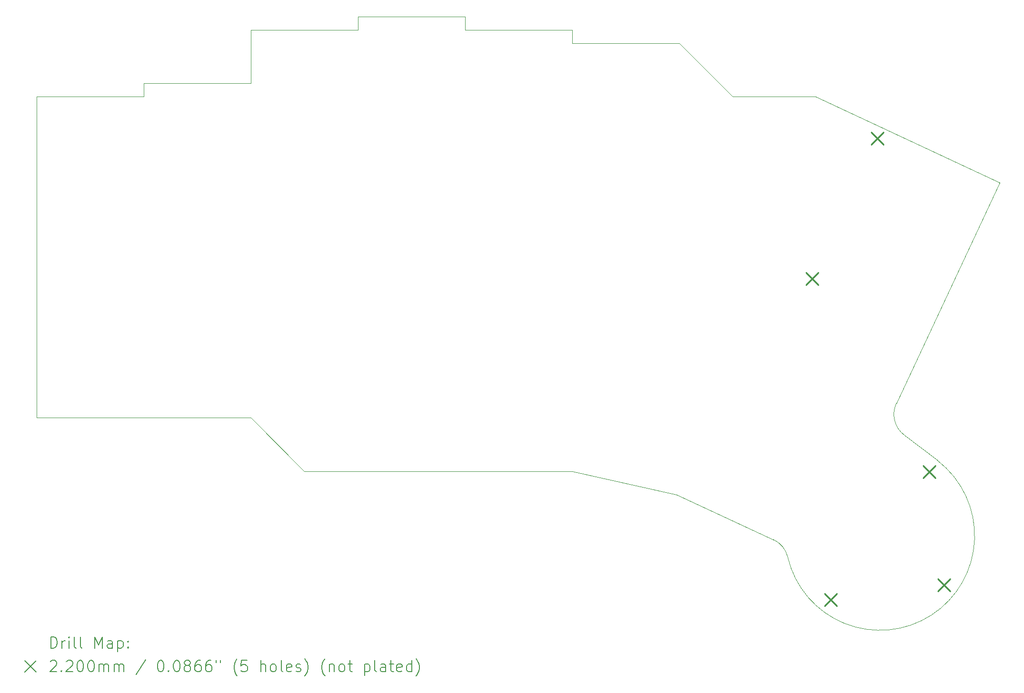
<source format=gbr>
%TF.GenerationSoftware,KiCad,Pcbnew,7.0.5*%
%TF.CreationDate,2024-03-19T15:00:47+08:00*%
%TF.ProjectId,J-50x,4a2d3530-782e-46b6-9963-61645f706362,rev?*%
%TF.SameCoordinates,Original*%
%TF.FileFunction,Drillmap*%
%TF.FilePolarity,Positive*%
%FSLAX45Y45*%
G04 Gerber Fmt 4.5, Leading zero omitted, Abs format (unit mm)*
G04 Created by KiCad (PCBNEW 7.0.5) date 2024-03-19 15:00:47*
%MOMM*%
%LPD*%
G01*
G04 APERTURE LIST*
%ADD10C,0.100000*%
%ADD11C,0.200000*%
%ADD12C,0.220000*%
G04 APERTURE END LIST*
D10*
X12977000Y-6984500D02*
X12977000Y-6746400D01*
X9167000Y-6508200D02*
X9167000Y-6746400D01*
X3452000Y-13652000D02*
X7262000Y-13652000D01*
X12977000Y-6746400D02*
X11072000Y-6746400D01*
X16814016Y-16134911D02*
G75*
G03*
X19478407Y-14414120I1639254J384960D01*
G01*
X20580402Y-9461523D02*
X18745424Y-13392777D01*
X18745423Y-13392777D02*
G75*
G03*
X18885957Y-13958718I415577J-197223D01*
G01*
X5357000Y-7698900D02*
X5357000Y-7937000D01*
X11072000Y-6508200D02*
X9167000Y-6508200D01*
X3452000Y-7937000D02*
X3452000Y-13652000D01*
X7262000Y-13652000D02*
X8214500Y-14604500D01*
X14837004Y-15016652D02*
X16563614Y-15821607D01*
X14882000Y-6984500D02*
X12977000Y-6984500D01*
X11072000Y-6746400D02*
X11072000Y-6508200D01*
X14837004Y-15016652D02*
X12977080Y-14604461D01*
X7262000Y-6746400D02*
X7262000Y-7698900D01*
X15834500Y-7937000D02*
X17309972Y-7937000D01*
X14882000Y-6984500D02*
X15834500Y-7937000D01*
X20580298Y-9461618D02*
X17309972Y-7937000D01*
X5357000Y-7937000D02*
X3452000Y-7937000D01*
X12977000Y-14604500D02*
X8214500Y-14604500D01*
X9167000Y-6746400D02*
X7262000Y-6746400D01*
X19478407Y-14414120D02*
X18885957Y-13958718D01*
X16814019Y-16134911D02*
G75*
G03*
X16563614Y-15821607I-447459J-100909D01*
G01*
X7262000Y-7698900D02*
X5357000Y-7698900D01*
D11*
D12*
X17133380Y-11067765D02*
X17353380Y-11287764D01*
X17353380Y-11067765D02*
X17133380Y-11287764D01*
X17468136Y-16780259D02*
X17688136Y-17000259D01*
X17688136Y-16780259D02*
X17468136Y-17000259D01*
X18297947Y-8570343D02*
X18517947Y-8790343D01*
X18517947Y-8570343D02*
X18297947Y-8790343D01*
X19217960Y-14499844D02*
X19437960Y-14719844D01*
X19437960Y-14499844D02*
X19217960Y-14719844D01*
X19483256Y-16514964D02*
X19703256Y-16734964D01*
X19703256Y-16514964D02*
X19483256Y-16734964D01*
D11*
X3707777Y-17750284D02*
X3707777Y-17550284D01*
X3707777Y-17550284D02*
X3755396Y-17550284D01*
X3755396Y-17550284D02*
X3783967Y-17559808D01*
X3783967Y-17559808D02*
X3803015Y-17578856D01*
X3803015Y-17578856D02*
X3812539Y-17597903D01*
X3812539Y-17597903D02*
X3822062Y-17635999D01*
X3822062Y-17635999D02*
X3822062Y-17664570D01*
X3822062Y-17664570D02*
X3812539Y-17702665D01*
X3812539Y-17702665D02*
X3803015Y-17721713D01*
X3803015Y-17721713D02*
X3783967Y-17740761D01*
X3783967Y-17740761D02*
X3755396Y-17750284D01*
X3755396Y-17750284D02*
X3707777Y-17750284D01*
X3907777Y-17750284D02*
X3907777Y-17616951D01*
X3907777Y-17655046D02*
X3917301Y-17635999D01*
X3917301Y-17635999D02*
X3926824Y-17626475D01*
X3926824Y-17626475D02*
X3945872Y-17616951D01*
X3945872Y-17616951D02*
X3964920Y-17616951D01*
X4031586Y-17750284D02*
X4031586Y-17616951D01*
X4031586Y-17550284D02*
X4022062Y-17559808D01*
X4022062Y-17559808D02*
X4031586Y-17569332D01*
X4031586Y-17569332D02*
X4041110Y-17559808D01*
X4041110Y-17559808D02*
X4031586Y-17550284D01*
X4031586Y-17550284D02*
X4031586Y-17569332D01*
X4155396Y-17750284D02*
X4136348Y-17740761D01*
X4136348Y-17740761D02*
X4126824Y-17721713D01*
X4126824Y-17721713D02*
X4126824Y-17550284D01*
X4260158Y-17750284D02*
X4241110Y-17740761D01*
X4241110Y-17740761D02*
X4231586Y-17721713D01*
X4231586Y-17721713D02*
X4231586Y-17550284D01*
X4488729Y-17750284D02*
X4488729Y-17550284D01*
X4488729Y-17550284D02*
X4555396Y-17693142D01*
X4555396Y-17693142D02*
X4622063Y-17550284D01*
X4622063Y-17550284D02*
X4622063Y-17750284D01*
X4803015Y-17750284D02*
X4803015Y-17645523D01*
X4803015Y-17645523D02*
X4793491Y-17626475D01*
X4793491Y-17626475D02*
X4774444Y-17616951D01*
X4774444Y-17616951D02*
X4736348Y-17616951D01*
X4736348Y-17616951D02*
X4717301Y-17626475D01*
X4803015Y-17740761D02*
X4783967Y-17750284D01*
X4783967Y-17750284D02*
X4736348Y-17750284D01*
X4736348Y-17750284D02*
X4717301Y-17740761D01*
X4717301Y-17740761D02*
X4707777Y-17721713D01*
X4707777Y-17721713D02*
X4707777Y-17702665D01*
X4707777Y-17702665D02*
X4717301Y-17683618D01*
X4717301Y-17683618D02*
X4736348Y-17674094D01*
X4736348Y-17674094D02*
X4783967Y-17674094D01*
X4783967Y-17674094D02*
X4803015Y-17664570D01*
X4898253Y-17616951D02*
X4898253Y-17816951D01*
X4898253Y-17626475D02*
X4917301Y-17616951D01*
X4917301Y-17616951D02*
X4955396Y-17616951D01*
X4955396Y-17616951D02*
X4974444Y-17626475D01*
X4974444Y-17626475D02*
X4983967Y-17635999D01*
X4983967Y-17635999D02*
X4993491Y-17655046D01*
X4993491Y-17655046D02*
X4993491Y-17712189D01*
X4993491Y-17712189D02*
X4983967Y-17731237D01*
X4983967Y-17731237D02*
X4974444Y-17740761D01*
X4974444Y-17740761D02*
X4955396Y-17750284D01*
X4955396Y-17750284D02*
X4917301Y-17750284D01*
X4917301Y-17750284D02*
X4898253Y-17740761D01*
X5079205Y-17731237D02*
X5088729Y-17740761D01*
X5088729Y-17740761D02*
X5079205Y-17750284D01*
X5079205Y-17750284D02*
X5069682Y-17740761D01*
X5069682Y-17740761D02*
X5079205Y-17731237D01*
X5079205Y-17731237D02*
X5079205Y-17750284D01*
X5079205Y-17626475D02*
X5088729Y-17635999D01*
X5088729Y-17635999D02*
X5079205Y-17645523D01*
X5079205Y-17645523D02*
X5069682Y-17635999D01*
X5069682Y-17635999D02*
X5079205Y-17626475D01*
X5079205Y-17626475D02*
X5079205Y-17645523D01*
X3247000Y-17978801D02*
X3447000Y-18178801D01*
X3447000Y-17978801D02*
X3247000Y-18178801D01*
X3698253Y-17989332D02*
X3707777Y-17979808D01*
X3707777Y-17979808D02*
X3726824Y-17970284D01*
X3726824Y-17970284D02*
X3774443Y-17970284D01*
X3774443Y-17970284D02*
X3793491Y-17979808D01*
X3793491Y-17979808D02*
X3803015Y-17989332D01*
X3803015Y-17989332D02*
X3812539Y-18008380D01*
X3812539Y-18008380D02*
X3812539Y-18027427D01*
X3812539Y-18027427D02*
X3803015Y-18055999D01*
X3803015Y-18055999D02*
X3688729Y-18170284D01*
X3688729Y-18170284D02*
X3812539Y-18170284D01*
X3898253Y-18151237D02*
X3907777Y-18160761D01*
X3907777Y-18160761D02*
X3898253Y-18170284D01*
X3898253Y-18170284D02*
X3888729Y-18160761D01*
X3888729Y-18160761D02*
X3898253Y-18151237D01*
X3898253Y-18151237D02*
X3898253Y-18170284D01*
X3983967Y-17989332D02*
X3993491Y-17979808D01*
X3993491Y-17979808D02*
X4012539Y-17970284D01*
X4012539Y-17970284D02*
X4060158Y-17970284D01*
X4060158Y-17970284D02*
X4079205Y-17979808D01*
X4079205Y-17979808D02*
X4088729Y-17989332D01*
X4088729Y-17989332D02*
X4098253Y-18008380D01*
X4098253Y-18008380D02*
X4098253Y-18027427D01*
X4098253Y-18027427D02*
X4088729Y-18055999D01*
X4088729Y-18055999D02*
X3974443Y-18170284D01*
X3974443Y-18170284D02*
X4098253Y-18170284D01*
X4222063Y-17970284D02*
X4241110Y-17970284D01*
X4241110Y-17970284D02*
X4260158Y-17979808D01*
X4260158Y-17979808D02*
X4269682Y-17989332D01*
X4269682Y-17989332D02*
X4279205Y-18008380D01*
X4279205Y-18008380D02*
X4288729Y-18046475D01*
X4288729Y-18046475D02*
X4288729Y-18094094D01*
X4288729Y-18094094D02*
X4279205Y-18132189D01*
X4279205Y-18132189D02*
X4269682Y-18151237D01*
X4269682Y-18151237D02*
X4260158Y-18160761D01*
X4260158Y-18160761D02*
X4241110Y-18170284D01*
X4241110Y-18170284D02*
X4222063Y-18170284D01*
X4222063Y-18170284D02*
X4203015Y-18160761D01*
X4203015Y-18160761D02*
X4193491Y-18151237D01*
X4193491Y-18151237D02*
X4183967Y-18132189D01*
X4183967Y-18132189D02*
X4174443Y-18094094D01*
X4174443Y-18094094D02*
X4174443Y-18046475D01*
X4174443Y-18046475D02*
X4183967Y-18008380D01*
X4183967Y-18008380D02*
X4193491Y-17989332D01*
X4193491Y-17989332D02*
X4203015Y-17979808D01*
X4203015Y-17979808D02*
X4222063Y-17970284D01*
X4412539Y-17970284D02*
X4431586Y-17970284D01*
X4431586Y-17970284D02*
X4450634Y-17979808D01*
X4450634Y-17979808D02*
X4460158Y-17989332D01*
X4460158Y-17989332D02*
X4469682Y-18008380D01*
X4469682Y-18008380D02*
X4479205Y-18046475D01*
X4479205Y-18046475D02*
X4479205Y-18094094D01*
X4479205Y-18094094D02*
X4469682Y-18132189D01*
X4469682Y-18132189D02*
X4460158Y-18151237D01*
X4460158Y-18151237D02*
X4450634Y-18160761D01*
X4450634Y-18160761D02*
X4431586Y-18170284D01*
X4431586Y-18170284D02*
X4412539Y-18170284D01*
X4412539Y-18170284D02*
X4393491Y-18160761D01*
X4393491Y-18160761D02*
X4383967Y-18151237D01*
X4383967Y-18151237D02*
X4374444Y-18132189D01*
X4374444Y-18132189D02*
X4364920Y-18094094D01*
X4364920Y-18094094D02*
X4364920Y-18046475D01*
X4364920Y-18046475D02*
X4374444Y-18008380D01*
X4374444Y-18008380D02*
X4383967Y-17989332D01*
X4383967Y-17989332D02*
X4393491Y-17979808D01*
X4393491Y-17979808D02*
X4412539Y-17970284D01*
X4564920Y-18170284D02*
X4564920Y-18036951D01*
X4564920Y-18055999D02*
X4574444Y-18046475D01*
X4574444Y-18046475D02*
X4593491Y-18036951D01*
X4593491Y-18036951D02*
X4622063Y-18036951D01*
X4622063Y-18036951D02*
X4641110Y-18046475D01*
X4641110Y-18046475D02*
X4650634Y-18065523D01*
X4650634Y-18065523D02*
X4650634Y-18170284D01*
X4650634Y-18065523D02*
X4660158Y-18046475D01*
X4660158Y-18046475D02*
X4679205Y-18036951D01*
X4679205Y-18036951D02*
X4707777Y-18036951D01*
X4707777Y-18036951D02*
X4726825Y-18046475D01*
X4726825Y-18046475D02*
X4736348Y-18065523D01*
X4736348Y-18065523D02*
X4736348Y-18170284D01*
X4831586Y-18170284D02*
X4831586Y-18036951D01*
X4831586Y-18055999D02*
X4841110Y-18046475D01*
X4841110Y-18046475D02*
X4860158Y-18036951D01*
X4860158Y-18036951D02*
X4888729Y-18036951D01*
X4888729Y-18036951D02*
X4907777Y-18046475D01*
X4907777Y-18046475D02*
X4917301Y-18065523D01*
X4917301Y-18065523D02*
X4917301Y-18170284D01*
X4917301Y-18065523D02*
X4926825Y-18046475D01*
X4926825Y-18046475D02*
X4945872Y-18036951D01*
X4945872Y-18036951D02*
X4974444Y-18036951D01*
X4974444Y-18036951D02*
X4993491Y-18046475D01*
X4993491Y-18046475D02*
X5003015Y-18065523D01*
X5003015Y-18065523D02*
X5003015Y-18170284D01*
X5393491Y-17960761D02*
X5222063Y-18217903D01*
X5650634Y-17970284D02*
X5669682Y-17970284D01*
X5669682Y-17970284D02*
X5688729Y-17979808D01*
X5688729Y-17979808D02*
X5698253Y-17989332D01*
X5698253Y-17989332D02*
X5707777Y-18008380D01*
X5707777Y-18008380D02*
X5717301Y-18046475D01*
X5717301Y-18046475D02*
X5717301Y-18094094D01*
X5717301Y-18094094D02*
X5707777Y-18132189D01*
X5707777Y-18132189D02*
X5698253Y-18151237D01*
X5698253Y-18151237D02*
X5688729Y-18160761D01*
X5688729Y-18160761D02*
X5669682Y-18170284D01*
X5669682Y-18170284D02*
X5650634Y-18170284D01*
X5650634Y-18170284D02*
X5631586Y-18160761D01*
X5631586Y-18160761D02*
X5622063Y-18151237D01*
X5622063Y-18151237D02*
X5612539Y-18132189D01*
X5612539Y-18132189D02*
X5603015Y-18094094D01*
X5603015Y-18094094D02*
X5603015Y-18046475D01*
X5603015Y-18046475D02*
X5612539Y-18008380D01*
X5612539Y-18008380D02*
X5622063Y-17989332D01*
X5622063Y-17989332D02*
X5631586Y-17979808D01*
X5631586Y-17979808D02*
X5650634Y-17970284D01*
X5803015Y-18151237D02*
X5812539Y-18160761D01*
X5812539Y-18160761D02*
X5803015Y-18170284D01*
X5803015Y-18170284D02*
X5793491Y-18160761D01*
X5793491Y-18160761D02*
X5803015Y-18151237D01*
X5803015Y-18151237D02*
X5803015Y-18170284D01*
X5936348Y-17970284D02*
X5955396Y-17970284D01*
X5955396Y-17970284D02*
X5974444Y-17979808D01*
X5974444Y-17979808D02*
X5983967Y-17989332D01*
X5983967Y-17989332D02*
X5993491Y-18008380D01*
X5993491Y-18008380D02*
X6003015Y-18046475D01*
X6003015Y-18046475D02*
X6003015Y-18094094D01*
X6003015Y-18094094D02*
X5993491Y-18132189D01*
X5993491Y-18132189D02*
X5983967Y-18151237D01*
X5983967Y-18151237D02*
X5974444Y-18160761D01*
X5974444Y-18160761D02*
X5955396Y-18170284D01*
X5955396Y-18170284D02*
X5936348Y-18170284D01*
X5936348Y-18170284D02*
X5917301Y-18160761D01*
X5917301Y-18160761D02*
X5907777Y-18151237D01*
X5907777Y-18151237D02*
X5898253Y-18132189D01*
X5898253Y-18132189D02*
X5888729Y-18094094D01*
X5888729Y-18094094D02*
X5888729Y-18046475D01*
X5888729Y-18046475D02*
X5898253Y-18008380D01*
X5898253Y-18008380D02*
X5907777Y-17989332D01*
X5907777Y-17989332D02*
X5917301Y-17979808D01*
X5917301Y-17979808D02*
X5936348Y-17970284D01*
X6117301Y-18055999D02*
X6098253Y-18046475D01*
X6098253Y-18046475D02*
X6088729Y-18036951D01*
X6088729Y-18036951D02*
X6079206Y-18017903D01*
X6079206Y-18017903D02*
X6079206Y-18008380D01*
X6079206Y-18008380D02*
X6088729Y-17989332D01*
X6088729Y-17989332D02*
X6098253Y-17979808D01*
X6098253Y-17979808D02*
X6117301Y-17970284D01*
X6117301Y-17970284D02*
X6155396Y-17970284D01*
X6155396Y-17970284D02*
X6174444Y-17979808D01*
X6174444Y-17979808D02*
X6183967Y-17989332D01*
X6183967Y-17989332D02*
X6193491Y-18008380D01*
X6193491Y-18008380D02*
X6193491Y-18017903D01*
X6193491Y-18017903D02*
X6183967Y-18036951D01*
X6183967Y-18036951D02*
X6174444Y-18046475D01*
X6174444Y-18046475D02*
X6155396Y-18055999D01*
X6155396Y-18055999D02*
X6117301Y-18055999D01*
X6117301Y-18055999D02*
X6098253Y-18065523D01*
X6098253Y-18065523D02*
X6088729Y-18075046D01*
X6088729Y-18075046D02*
X6079206Y-18094094D01*
X6079206Y-18094094D02*
X6079206Y-18132189D01*
X6079206Y-18132189D02*
X6088729Y-18151237D01*
X6088729Y-18151237D02*
X6098253Y-18160761D01*
X6098253Y-18160761D02*
X6117301Y-18170284D01*
X6117301Y-18170284D02*
X6155396Y-18170284D01*
X6155396Y-18170284D02*
X6174444Y-18160761D01*
X6174444Y-18160761D02*
X6183967Y-18151237D01*
X6183967Y-18151237D02*
X6193491Y-18132189D01*
X6193491Y-18132189D02*
X6193491Y-18094094D01*
X6193491Y-18094094D02*
X6183967Y-18075046D01*
X6183967Y-18075046D02*
X6174444Y-18065523D01*
X6174444Y-18065523D02*
X6155396Y-18055999D01*
X6364920Y-17970284D02*
X6326825Y-17970284D01*
X6326825Y-17970284D02*
X6307777Y-17979808D01*
X6307777Y-17979808D02*
X6298253Y-17989332D01*
X6298253Y-17989332D02*
X6279206Y-18017903D01*
X6279206Y-18017903D02*
X6269682Y-18055999D01*
X6269682Y-18055999D02*
X6269682Y-18132189D01*
X6269682Y-18132189D02*
X6279206Y-18151237D01*
X6279206Y-18151237D02*
X6288729Y-18160761D01*
X6288729Y-18160761D02*
X6307777Y-18170284D01*
X6307777Y-18170284D02*
X6345872Y-18170284D01*
X6345872Y-18170284D02*
X6364920Y-18160761D01*
X6364920Y-18160761D02*
X6374444Y-18151237D01*
X6374444Y-18151237D02*
X6383967Y-18132189D01*
X6383967Y-18132189D02*
X6383967Y-18084570D01*
X6383967Y-18084570D02*
X6374444Y-18065523D01*
X6374444Y-18065523D02*
X6364920Y-18055999D01*
X6364920Y-18055999D02*
X6345872Y-18046475D01*
X6345872Y-18046475D02*
X6307777Y-18046475D01*
X6307777Y-18046475D02*
X6288729Y-18055999D01*
X6288729Y-18055999D02*
X6279206Y-18065523D01*
X6279206Y-18065523D02*
X6269682Y-18084570D01*
X6555396Y-17970284D02*
X6517301Y-17970284D01*
X6517301Y-17970284D02*
X6498253Y-17979808D01*
X6498253Y-17979808D02*
X6488729Y-17989332D01*
X6488729Y-17989332D02*
X6469682Y-18017903D01*
X6469682Y-18017903D02*
X6460158Y-18055999D01*
X6460158Y-18055999D02*
X6460158Y-18132189D01*
X6460158Y-18132189D02*
X6469682Y-18151237D01*
X6469682Y-18151237D02*
X6479206Y-18160761D01*
X6479206Y-18160761D02*
X6498253Y-18170284D01*
X6498253Y-18170284D02*
X6536348Y-18170284D01*
X6536348Y-18170284D02*
X6555396Y-18160761D01*
X6555396Y-18160761D02*
X6564920Y-18151237D01*
X6564920Y-18151237D02*
X6574444Y-18132189D01*
X6574444Y-18132189D02*
X6574444Y-18084570D01*
X6574444Y-18084570D02*
X6564920Y-18065523D01*
X6564920Y-18065523D02*
X6555396Y-18055999D01*
X6555396Y-18055999D02*
X6536348Y-18046475D01*
X6536348Y-18046475D02*
X6498253Y-18046475D01*
X6498253Y-18046475D02*
X6479206Y-18055999D01*
X6479206Y-18055999D02*
X6469682Y-18065523D01*
X6469682Y-18065523D02*
X6460158Y-18084570D01*
X6650634Y-17970284D02*
X6650634Y-18008380D01*
X6726825Y-17970284D02*
X6726825Y-18008380D01*
X7022063Y-18246475D02*
X7012539Y-18236951D01*
X7012539Y-18236951D02*
X6993491Y-18208380D01*
X6993491Y-18208380D02*
X6983968Y-18189332D01*
X6983968Y-18189332D02*
X6974444Y-18160761D01*
X6974444Y-18160761D02*
X6964920Y-18113142D01*
X6964920Y-18113142D02*
X6964920Y-18075046D01*
X6964920Y-18075046D02*
X6974444Y-18027427D01*
X6974444Y-18027427D02*
X6983968Y-17998856D01*
X6983968Y-17998856D02*
X6993491Y-17979808D01*
X6993491Y-17979808D02*
X7012539Y-17951237D01*
X7012539Y-17951237D02*
X7022063Y-17941713D01*
X7193491Y-17970284D02*
X7098253Y-17970284D01*
X7098253Y-17970284D02*
X7088729Y-18065523D01*
X7088729Y-18065523D02*
X7098253Y-18055999D01*
X7098253Y-18055999D02*
X7117301Y-18046475D01*
X7117301Y-18046475D02*
X7164920Y-18046475D01*
X7164920Y-18046475D02*
X7183968Y-18055999D01*
X7183968Y-18055999D02*
X7193491Y-18065523D01*
X7193491Y-18065523D02*
X7203015Y-18084570D01*
X7203015Y-18084570D02*
X7203015Y-18132189D01*
X7203015Y-18132189D02*
X7193491Y-18151237D01*
X7193491Y-18151237D02*
X7183968Y-18160761D01*
X7183968Y-18160761D02*
X7164920Y-18170284D01*
X7164920Y-18170284D02*
X7117301Y-18170284D01*
X7117301Y-18170284D02*
X7098253Y-18160761D01*
X7098253Y-18160761D02*
X7088729Y-18151237D01*
X7441110Y-18170284D02*
X7441110Y-17970284D01*
X7526825Y-18170284D02*
X7526825Y-18065523D01*
X7526825Y-18065523D02*
X7517301Y-18046475D01*
X7517301Y-18046475D02*
X7498253Y-18036951D01*
X7498253Y-18036951D02*
X7469682Y-18036951D01*
X7469682Y-18036951D02*
X7450634Y-18046475D01*
X7450634Y-18046475D02*
X7441110Y-18055999D01*
X7650634Y-18170284D02*
X7631587Y-18160761D01*
X7631587Y-18160761D02*
X7622063Y-18151237D01*
X7622063Y-18151237D02*
X7612539Y-18132189D01*
X7612539Y-18132189D02*
X7612539Y-18075046D01*
X7612539Y-18075046D02*
X7622063Y-18055999D01*
X7622063Y-18055999D02*
X7631587Y-18046475D01*
X7631587Y-18046475D02*
X7650634Y-18036951D01*
X7650634Y-18036951D02*
X7679206Y-18036951D01*
X7679206Y-18036951D02*
X7698253Y-18046475D01*
X7698253Y-18046475D02*
X7707777Y-18055999D01*
X7707777Y-18055999D02*
X7717301Y-18075046D01*
X7717301Y-18075046D02*
X7717301Y-18132189D01*
X7717301Y-18132189D02*
X7707777Y-18151237D01*
X7707777Y-18151237D02*
X7698253Y-18160761D01*
X7698253Y-18160761D02*
X7679206Y-18170284D01*
X7679206Y-18170284D02*
X7650634Y-18170284D01*
X7831587Y-18170284D02*
X7812539Y-18160761D01*
X7812539Y-18160761D02*
X7803015Y-18141713D01*
X7803015Y-18141713D02*
X7803015Y-17970284D01*
X7983968Y-18160761D02*
X7964920Y-18170284D01*
X7964920Y-18170284D02*
X7926825Y-18170284D01*
X7926825Y-18170284D02*
X7907777Y-18160761D01*
X7907777Y-18160761D02*
X7898253Y-18141713D01*
X7898253Y-18141713D02*
X7898253Y-18065523D01*
X7898253Y-18065523D02*
X7907777Y-18046475D01*
X7907777Y-18046475D02*
X7926825Y-18036951D01*
X7926825Y-18036951D02*
X7964920Y-18036951D01*
X7964920Y-18036951D02*
X7983968Y-18046475D01*
X7983968Y-18046475D02*
X7993491Y-18065523D01*
X7993491Y-18065523D02*
X7993491Y-18084570D01*
X7993491Y-18084570D02*
X7898253Y-18103618D01*
X8069682Y-18160761D02*
X8088730Y-18170284D01*
X8088730Y-18170284D02*
X8126825Y-18170284D01*
X8126825Y-18170284D02*
X8145872Y-18160761D01*
X8145872Y-18160761D02*
X8155396Y-18141713D01*
X8155396Y-18141713D02*
X8155396Y-18132189D01*
X8155396Y-18132189D02*
X8145872Y-18113142D01*
X8145872Y-18113142D02*
X8126825Y-18103618D01*
X8126825Y-18103618D02*
X8098253Y-18103618D01*
X8098253Y-18103618D02*
X8079206Y-18094094D01*
X8079206Y-18094094D02*
X8069682Y-18075046D01*
X8069682Y-18075046D02*
X8069682Y-18065523D01*
X8069682Y-18065523D02*
X8079206Y-18046475D01*
X8079206Y-18046475D02*
X8098253Y-18036951D01*
X8098253Y-18036951D02*
X8126825Y-18036951D01*
X8126825Y-18036951D02*
X8145872Y-18046475D01*
X8222063Y-18246475D02*
X8231587Y-18236951D01*
X8231587Y-18236951D02*
X8250634Y-18208380D01*
X8250634Y-18208380D02*
X8260158Y-18189332D01*
X8260158Y-18189332D02*
X8269682Y-18160761D01*
X8269682Y-18160761D02*
X8279206Y-18113142D01*
X8279206Y-18113142D02*
X8279206Y-18075046D01*
X8279206Y-18075046D02*
X8269682Y-18027427D01*
X8269682Y-18027427D02*
X8260158Y-17998856D01*
X8260158Y-17998856D02*
X8250634Y-17979808D01*
X8250634Y-17979808D02*
X8231587Y-17951237D01*
X8231587Y-17951237D02*
X8222063Y-17941713D01*
X8583968Y-18246475D02*
X8574444Y-18236951D01*
X8574444Y-18236951D02*
X8555396Y-18208380D01*
X8555396Y-18208380D02*
X8545873Y-18189332D01*
X8545873Y-18189332D02*
X8536349Y-18160761D01*
X8536349Y-18160761D02*
X8526825Y-18113142D01*
X8526825Y-18113142D02*
X8526825Y-18075046D01*
X8526825Y-18075046D02*
X8536349Y-18027427D01*
X8536349Y-18027427D02*
X8545873Y-17998856D01*
X8545873Y-17998856D02*
X8555396Y-17979808D01*
X8555396Y-17979808D02*
X8574444Y-17951237D01*
X8574444Y-17951237D02*
X8583968Y-17941713D01*
X8660158Y-18036951D02*
X8660158Y-18170284D01*
X8660158Y-18055999D02*
X8669682Y-18046475D01*
X8669682Y-18046475D02*
X8688730Y-18036951D01*
X8688730Y-18036951D02*
X8717301Y-18036951D01*
X8717301Y-18036951D02*
X8736349Y-18046475D01*
X8736349Y-18046475D02*
X8745873Y-18065523D01*
X8745873Y-18065523D02*
X8745873Y-18170284D01*
X8869682Y-18170284D02*
X8850634Y-18160761D01*
X8850634Y-18160761D02*
X8841111Y-18151237D01*
X8841111Y-18151237D02*
X8831587Y-18132189D01*
X8831587Y-18132189D02*
X8831587Y-18075046D01*
X8831587Y-18075046D02*
X8841111Y-18055999D01*
X8841111Y-18055999D02*
X8850634Y-18046475D01*
X8850634Y-18046475D02*
X8869682Y-18036951D01*
X8869682Y-18036951D02*
X8898254Y-18036951D01*
X8898254Y-18036951D02*
X8917301Y-18046475D01*
X8917301Y-18046475D02*
X8926825Y-18055999D01*
X8926825Y-18055999D02*
X8936349Y-18075046D01*
X8936349Y-18075046D02*
X8936349Y-18132189D01*
X8936349Y-18132189D02*
X8926825Y-18151237D01*
X8926825Y-18151237D02*
X8917301Y-18160761D01*
X8917301Y-18160761D02*
X8898254Y-18170284D01*
X8898254Y-18170284D02*
X8869682Y-18170284D01*
X8993492Y-18036951D02*
X9069682Y-18036951D01*
X9022063Y-17970284D02*
X9022063Y-18141713D01*
X9022063Y-18141713D02*
X9031587Y-18160761D01*
X9031587Y-18160761D02*
X9050634Y-18170284D01*
X9050634Y-18170284D02*
X9069682Y-18170284D01*
X9288730Y-18036951D02*
X9288730Y-18236951D01*
X9288730Y-18046475D02*
X9307777Y-18036951D01*
X9307777Y-18036951D02*
X9345873Y-18036951D01*
X9345873Y-18036951D02*
X9364920Y-18046475D01*
X9364920Y-18046475D02*
X9374444Y-18055999D01*
X9374444Y-18055999D02*
X9383968Y-18075046D01*
X9383968Y-18075046D02*
X9383968Y-18132189D01*
X9383968Y-18132189D02*
X9374444Y-18151237D01*
X9374444Y-18151237D02*
X9364920Y-18160761D01*
X9364920Y-18160761D02*
X9345873Y-18170284D01*
X9345873Y-18170284D02*
X9307777Y-18170284D01*
X9307777Y-18170284D02*
X9288730Y-18160761D01*
X9498254Y-18170284D02*
X9479206Y-18160761D01*
X9479206Y-18160761D02*
X9469682Y-18141713D01*
X9469682Y-18141713D02*
X9469682Y-17970284D01*
X9660158Y-18170284D02*
X9660158Y-18065523D01*
X9660158Y-18065523D02*
X9650635Y-18046475D01*
X9650635Y-18046475D02*
X9631587Y-18036951D01*
X9631587Y-18036951D02*
X9593492Y-18036951D01*
X9593492Y-18036951D02*
X9574444Y-18046475D01*
X9660158Y-18160761D02*
X9641111Y-18170284D01*
X9641111Y-18170284D02*
X9593492Y-18170284D01*
X9593492Y-18170284D02*
X9574444Y-18160761D01*
X9574444Y-18160761D02*
X9564920Y-18141713D01*
X9564920Y-18141713D02*
X9564920Y-18122665D01*
X9564920Y-18122665D02*
X9574444Y-18103618D01*
X9574444Y-18103618D02*
X9593492Y-18094094D01*
X9593492Y-18094094D02*
X9641111Y-18094094D01*
X9641111Y-18094094D02*
X9660158Y-18084570D01*
X9726825Y-18036951D02*
X9803015Y-18036951D01*
X9755396Y-17970284D02*
X9755396Y-18141713D01*
X9755396Y-18141713D02*
X9764920Y-18160761D01*
X9764920Y-18160761D02*
X9783968Y-18170284D01*
X9783968Y-18170284D02*
X9803015Y-18170284D01*
X9945873Y-18160761D02*
X9926825Y-18170284D01*
X9926825Y-18170284D02*
X9888730Y-18170284D01*
X9888730Y-18170284D02*
X9869682Y-18160761D01*
X9869682Y-18160761D02*
X9860158Y-18141713D01*
X9860158Y-18141713D02*
X9860158Y-18065523D01*
X9860158Y-18065523D02*
X9869682Y-18046475D01*
X9869682Y-18046475D02*
X9888730Y-18036951D01*
X9888730Y-18036951D02*
X9926825Y-18036951D01*
X9926825Y-18036951D02*
X9945873Y-18046475D01*
X9945873Y-18046475D02*
X9955396Y-18065523D01*
X9955396Y-18065523D02*
X9955396Y-18084570D01*
X9955396Y-18084570D02*
X9860158Y-18103618D01*
X10126825Y-18170284D02*
X10126825Y-17970284D01*
X10126825Y-18160761D02*
X10107777Y-18170284D01*
X10107777Y-18170284D02*
X10069682Y-18170284D01*
X10069682Y-18170284D02*
X10050635Y-18160761D01*
X10050635Y-18160761D02*
X10041111Y-18151237D01*
X10041111Y-18151237D02*
X10031587Y-18132189D01*
X10031587Y-18132189D02*
X10031587Y-18075046D01*
X10031587Y-18075046D02*
X10041111Y-18055999D01*
X10041111Y-18055999D02*
X10050635Y-18046475D01*
X10050635Y-18046475D02*
X10069682Y-18036951D01*
X10069682Y-18036951D02*
X10107777Y-18036951D01*
X10107777Y-18036951D02*
X10126825Y-18046475D01*
X10203016Y-18246475D02*
X10212539Y-18236951D01*
X10212539Y-18236951D02*
X10231587Y-18208380D01*
X10231587Y-18208380D02*
X10241111Y-18189332D01*
X10241111Y-18189332D02*
X10250635Y-18160761D01*
X10250635Y-18160761D02*
X10260158Y-18113142D01*
X10260158Y-18113142D02*
X10260158Y-18075046D01*
X10260158Y-18075046D02*
X10250635Y-18027427D01*
X10250635Y-18027427D02*
X10241111Y-17998856D01*
X10241111Y-17998856D02*
X10231587Y-17979808D01*
X10231587Y-17979808D02*
X10212539Y-17951237D01*
X10212539Y-17951237D02*
X10203016Y-17941713D01*
M02*

</source>
